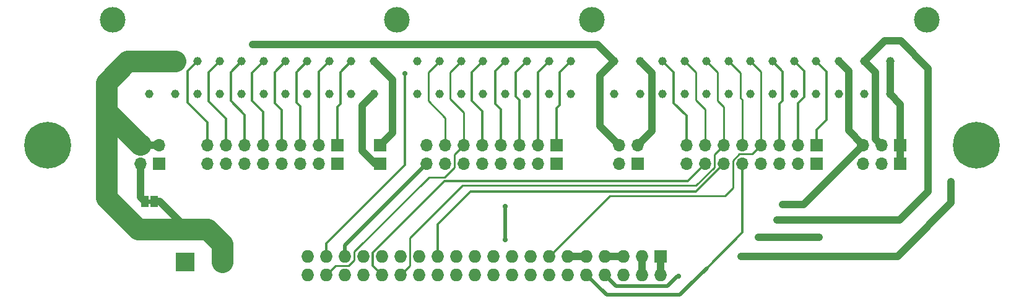
<source format=gtl>
G04 #@! TF.GenerationSoftware,KiCad,Pcbnew,(6.0.9)*
G04 #@! TF.CreationDate,2023-01-09T10:20:38+01:00*
G04 #@! TF.ProjectId,Speeduino 1990 Rev2 3SGE ECU adapter 174518-7,53706565-6475-4696-9e6f-203139393020,1*
G04 #@! TF.SameCoordinates,Original*
G04 #@! TF.FileFunction,Copper,L1,Top*
G04 #@! TF.FilePolarity,Positive*
%FSLAX46Y46*%
G04 Gerber Fmt 4.6, Leading zero omitted, Abs format (unit mm)*
G04 Created by KiCad (PCBNEW (6.0.9)) date 2023-01-09 10:20:38*
%MOMM*%
%LPD*%
G01*
G04 APERTURE LIST*
G04 #@! TA.AperFunction,ComponentPad*
%ADD10R,1.700000X1.700000*%
G04 #@! TD*
G04 #@! TA.AperFunction,ComponentPad*
%ADD11O,1.700000X1.700000*%
G04 #@! TD*
G04 #@! TA.AperFunction,ComponentPad*
%ADD12C,3.500120*%
G04 #@! TD*
G04 #@! TA.AperFunction,ComponentPad*
%ADD13C,1.150620*%
G04 #@! TD*
G04 #@! TA.AperFunction,ComponentPad*
%ADD14C,0.800000*%
G04 #@! TD*
G04 #@! TA.AperFunction,ComponentPad*
%ADD15C,6.400000*%
G04 #@! TD*
G04 #@! TA.AperFunction,ComponentPad*
%ADD16R,1.727200X1.727200*%
G04 #@! TD*
G04 #@! TA.AperFunction,ComponentPad*
%ADD17O,1.727200X1.727200*%
G04 #@! TD*
G04 #@! TA.AperFunction,ComponentPad*
%ADD18R,2.600000X2.600000*%
G04 #@! TD*
G04 #@! TA.AperFunction,ComponentPad*
%ADD19C,2.600000*%
G04 #@! TD*
G04 #@! TA.AperFunction,SMDPad,CuDef*
%ADD20R,1.000000X1.500000*%
G04 #@! TD*
G04 #@! TA.AperFunction,ViaPad*
%ADD21C,0.700000*%
G04 #@! TD*
G04 #@! TA.AperFunction,ViaPad*
%ADD22C,0.610000*%
G04 #@! TD*
G04 #@! TA.AperFunction,Conductor*
%ADD23C,0.254000*%
G04 #@! TD*
G04 #@! TA.AperFunction,Conductor*
%ADD24C,0.500000*%
G04 #@! TD*
G04 #@! TA.AperFunction,Conductor*
%ADD25C,0.300000*%
G04 #@! TD*
G04 #@! TA.AperFunction,Conductor*
%ADD26C,1.000000*%
G04 #@! TD*
G04 #@! TA.AperFunction,Conductor*
%ADD27C,1.012000*%
G04 #@! TD*
G04 #@! TA.AperFunction,Conductor*
%ADD28C,3.000000*%
G04 #@! TD*
G04 APERTURE END LIST*
G36*
X70050000Y-72800000D02*
G01*
X69550000Y-72800000D01*
X69550000Y-72200000D01*
X70050000Y-72200000D01*
X70050000Y-72800000D01*
G37*
D10*
X172466000Y-67310000D03*
D11*
X169926000Y-67310000D03*
X167386000Y-67310000D03*
D10*
X172466000Y-64770000D03*
D11*
X169926000Y-64770000D03*
X167386000Y-64770000D03*
D10*
X101346000Y-67310000D03*
X101346000Y-64770000D03*
D12*
X130274060Y-47584360D03*
X103573580Y-47584360D03*
X176123600Y-47584360D03*
X64724280Y-47584360D03*
D13*
X171074080Y-57785000D03*
X167573960Y-57785000D03*
X164073840Y-57785000D03*
X171074080Y-53284120D03*
X167573960Y-53284120D03*
X164073840Y-53284120D03*
X136870440Y-57785000D03*
X133370320Y-57785000D03*
X136870440Y-53284120D03*
X133370320Y-53284120D03*
X100474780Y-57785000D03*
X100474780Y-53284120D03*
X73273920Y-57785000D03*
X69776340Y-57785000D03*
X73273920Y-53284120D03*
X69776340Y-53284120D03*
X160972500Y-57785000D03*
X157972760Y-57785000D03*
X154973020Y-57785000D03*
X151973280Y-57785000D03*
X148973540Y-57785000D03*
X145973800Y-57785000D03*
X142974060Y-57785000D03*
X139974320Y-57785000D03*
X160972500Y-53284120D03*
X157972760Y-53284120D03*
X154973020Y-53284120D03*
X151973280Y-53284120D03*
X148973540Y-53284120D03*
X145973800Y-53284120D03*
X142974060Y-53284120D03*
X139974320Y-53284120D03*
X127424180Y-57785000D03*
X124424440Y-57785000D03*
X121424700Y-57785000D03*
X118424960Y-57785000D03*
X115422680Y-57785000D03*
X112422940Y-57785000D03*
X109423200Y-57785000D03*
X106423460Y-57785000D03*
X127424180Y-53284120D03*
X124424440Y-53284120D03*
X121424700Y-53284120D03*
X118424960Y-53284120D03*
X115422680Y-53284120D03*
X112422940Y-53284120D03*
X109423200Y-53284120D03*
X106423460Y-53284120D03*
X97373440Y-57785000D03*
X94373700Y-57785000D03*
X91373960Y-57785000D03*
X88374220Y-57785000D03*
X85374480Y-57785000D03*
X82374740Y-57785000D03*
X79375000Y-57785000D03*
X76375260Y-57785000D03*
X97373440Y-53284120D03*
X94373700Y-53284120D03*
X91373960Y-53284120D03*
X88374220Y-53284120D03*
X85374480Y-53284120D03*
X82374740Y-53284120D03*
X79375000Y-53284120D03*
X76375260Y-53284120D03*
D10*
X95504000Y-67310000D03*
D11*
X92964000Y-67310000D03*
X90424000Y-67310000D03*
X87884000Y-67310000D03*
X85344000Y-67310000D03*
X82804000Y-67310000D03*
X80264000Y-67310000D03*
X77724000Y-67310000D03*
D10*
X95504000Y-64770000D03*
D11*
X92964000Y-64770000D03*
X90424000Y-64770000D03*
X87884000Y-64770000D03*
X85344000Y-64770000D03*
X82804000Y-64770000D03*
X80264000Y-64770000D03*
X77724000Y-64770000D03*
D10*
X161036000Y-67310000D03*
D11*
X158496000Y-67310000D03*
X155956000Y-67310000D03*
X153416000Y-67310000D03*
X150876000Y-67310000D03*
X148336000Y-67310000D03*
X145796000Y-67310000D03*
X143256000Y-67310000D03*
D10*
X125476000Y-67310000D03*
D11*
X122936000Y-67310000D03*
X120396000Y-67310000D03*
X117856000Y-67310000D03*
X115316000Y-67310000D03*
X112776000Y-67310000D03*
X110236000Y-67310000D03*
X107696000Y-67310000D03*
D10*
X125476000Y-64770000D03*
D11*
X122936000Y-64770000D03*
X120396000Y-64770000D03*
X117856000Y-64770000D03*
X115316000Y-64770000D03*
X112776000Y-64770000D03*
X110236000Y-64770000D03*
X107696000Y-64770000D03*
D10*
X161036000Y-64770000D03*
D11*
X158496000Y-64770000D03*
X155956000Y-64770000D03*
X153416000Y-64770000D03*
X150876000Y-64770000D03*
X148336000Y-64770000D03*
X145796000Y-64770000D03*
X143256000Y-64770000D03*
D10*
X71120000Y-67310000D03*
D11*
X68580000Y-67310000D03*
X71120000Y-64770000D03*
X68580000Y-64770000D03*
D10*
X136525000Y-67310000D03*
D11*
X133985000Y-67310000D03*
X136525000Y-64770000D03*
X133985000Y-64770000D03*
D14*
X53480000Y-64770000D03*
X55880000Y-62370000D03*
X57577056Y-63072944D03*
X54182944Y-63072944D03*
X55880000Y-67170000D03*
D15*
X55880000Y-64770000D03*
D14*
X54182944Y-66467056D03*
X58280000Y-64770000D03*
X57577056Y-66467056D03*
X184577056Y-63072944D03*
X185280000Y-64770000D03*
X180480000Y-64770000D03*
X182880000Y-62370000D03*
X181182944Y-66467056D03*
X182880000Y-67170000D03*
X184577056Y-66467056D03*
X181182944Y-63072944D03*
D15*
X182880000Y-64770000D03*
D16*
X139700000Y-80010000D03*
D17*
X139700000Y-82550000D03*
X137160000Y-80010000D03*
X137160000Y-82550000D03*
X134620000Y-80010000D03*
X134620000Y-82550000D03*
X132080000Y-80010000D03*
X132080000Y-82550000D03*
X129540000Y-80010000D03*
X129540000Y-82550000D03*
X127000000Y-80010000D03*
X127000000Y-82550000D03*
X124460000Y-80010000D03*
X124460000Y-82550000D03*
X121920000Y-80010000D03*
X121920000Y-82550000D03*
X119380000Y-80010000D03*
X119380000Y-82550000D03*
X116840000Y-80010000D03*
X116840000Y-82550000D03*
X114300000Y-80010000D03*
X114300000Y-82550000D03*
X111760000Y-80010000D03*
X111760000Y-82550000D03*
X109220000Y-80010000D03*
X109220000Y-82550000D03*
X106680000Y-80010000D03*
X106680000Y-82550000D03*
X104140000Y-80010000D03*
X104140000Y-82550000D03*
X101600000Y-80010000D03*
X101600000Y-82550000D03*
X99060000Y-80010000D03*
X99060000Y-82550000D03*
X96520000Y-80010000D03*
X96520000Y-82550000D03*
X93980000Y-80010000D03*
X93980000Y-82550000D03*
X91440000Y-80010000D03*
X91440000Y-82550000D03*
D18*
X74700000Y-80805000D03*
D19*
X79700000Y-80805000D03*
D20*
X70450000Y-72500000D03*
X69150000Y-72500000D03*
D21*
X118400000Y-77700000D03*
X118400000Y-73200000D03*
X142100000Y-82700000D03*
X83900000Y-51000000D03*
X104700000Y-55000000D03*
X150690000Y-80010000D03*
D22*
X179400000Y-69800000D03*
D21*
X156400000Y-72900000D03*
X155600000Y-75000000D03*
D22*
X161400000Y-77400000D03*
D21*
X153100000Y-77400000D03*
D23*
X144500000Y-54810060D02*
X142974060Y-53284120D01*
X145796000Y-64770000D02*
X145796000Y-59896000D01*
X145796000Y-59896000D02*
X144500000Y-58600000D01*
X144500000Y-58600000D02*
X144500000Y-54810060D01*
D24*
X118400000Y-77700000D02*
X118400000Y-73200000D01*
X140600000Y-84100000D02*
X142000000Y-82700000D01*
X132080000Y-82550000D02*
X133630000Y-84100000D01*
X142000000Y-82700000D02*
X142100000Y-82700000D01*
X133630000Y-84100000D02*
X140600000Y-84100000D01*
D25*
X95504000Y-64770000D02*
X95504000Y-59496000D01*
X95504000Y-59496000D02*
X95900000Y-59100000D01*
X95900000Y-54757560D02*
X97373440Y-53284120D01*
X95900000Y-59100000D02*
X95900000Y-54757560D01*
D23*
X150876000Y-64770000D02*
X150876000Y-58576000D01*
X150876000Y-58576000D02*
X150600000Y-58300000D01*
X150600000Y-58300000D02*
X150600000Y-54910580D01*
X150600000Y-54910580D02*
X148973540Y-53284120D01*
X149567000Y-66878103D02*
X149567000Y-70633000D01*
X153416000Y-64770000D02*
X152185000Y-66001000D01*
X153416000Y-54726840D02*
X151973280Y-53284120D01*
X152185000Y-66001000D02*
X150444103Y-66001000D01*
X153416000Y-64770000D02*
X153416000Y-54726840D01*
X150444103Y-66001000D02*
X149567000Y-66878103D01*
X148500000Y-71700000D02*
X132770000Y-71700000D01*
X132770000Y-71700000D02*
X124460000Y-80010000D01*
X149567000Y-70633000D02*
X148500000Y-71700000D01*
D25*
X109220000Y-75580000D02*
X109220000Y-80010000D01*
X144546000Y-71100000D02*
X113700000Y-71100000D01*
X113700000Y-71100000D02*
X109220000Y-75580000D01*
X148336000Y-67310000D02*
X144546000Y-71100000D01*
X143406000Y-69700000D02*
X110112542Y-69700000D01*
X110112542Y-69700000D02*
X100327600Y-79484942D01*
X145796000Y-67310000D02*
X143406000Y-69700000D01*
X100327600Y-79484942D02*
X100327600Y-81277600D01*
X100327600Y-81277600D02*
X101600000Y-82550000D01*
X122936000Y-64770000D02*
X122936000Y-54772560D01*
X122936000Y-54772560D02*
X124424440Y-53284120D01*
X117856000Y-64770000D02*
X117856000Y-59856000D01*
X117100000Y-54609080D02*
X118424960Y-53284120D01*
X117100000Y-59100000D02*
X117100000Y-54609080D01*
X117856000Y-59856000D02*
X117100000Y-59100000D01*
X119900000Y-54808820D02*
X121424700Y-53284120D01*
X120396000Y-58596000D02*
X119900000Y-58100000D01*
X120396000Y-64770000D02*
X120396000Y-58596000D01*
X119900000Y-58100000D02*
X119900000Y-54808820D01*
D23*
X147500000Y-54810320D02*
X145973800Y-53284120D01*
X148336000Y-59536000D02*
X147500000Y-58700000D01*
X147027000Y-66079000D02*
X147027000Y-67819897D01*
X112600000Y-70300000D02*
X105384600Y-77515400D01*
X105384600Y-77515400D02*
X105384600Y-81305400D01*
X144546897Y-70300000D02*
X112600000Y-70300000D01*
X147500000Y-58700000D02*
X147500000Y-54810320D01*
X105384600Y-81305400D02*
X104140000Y-82550000D01*
X148336000Y-64770000D02*
X147027000Y-66079000D01*
X148336000Y-64770000D02*
X148336000Y-59536000D01*
X147027000Y-67819897D02*
X144546897Y-70300000D01*
D24*
X96500000Y-78506000D02*
X107696000Y-67310000D01*
X96500000Y-78506000D02*
X96500000Y-79990000D01*
X96500000Y-79990000D02*
X96520000Y-80010000D01*
D26*
X133370320Y-53284120D02*
X131400000Y-55254440D01*
X171074080Y-57785000D02*
X171074080Y-53284120D01*
X133985000Y-64770000D02*
X131400000Y-62185000D01*
X133370320Y-53284120D02*
X131086200Y-51000000D01*
X131086200Y-51000000D02*
X83900000Y-51000000D01*
X131400000Y-62185000D02*
X131400000Y-55254440D01*
X172466000Y-64770000D02*
X172466000Y-59176920D01*
X172466000Y-67310000D02*
X172466000Y-64770000D01*
X172466000Y-59176920D02*
X171074080Y-57785000D01*
D25*
X77724000Y-61624000D02*
X75000000Y-58900000D01*
X75000000Y-58900000D02*
X75000000Y-54659380D01*
X77724000Y-64770000D02*
X77724000Y-61624000D01*
X75000000Y-54659380D02*
X76375260Y-53284120D01*
X93980000Y-78220000D02*
X100400000Y-71800000D01*
D24*
X104700000Y-55000000D02*
X104700000Y-54900000D01*
D25*
X104700000Y-67500000D02*
X104700000Y-55000000D01*
X93980000Y-80010000D02*
X93980000Y-78220000D01*
X100400000Y-71800000D02*
X104700000Y-67500000D01*
D26*
X139700000Y-82800000D02*
X139700000Y-82550000D01*
X173200000Y-78900000D02*
X179400000Y-72700000D01*
D27*
X150690000Y-80010000D02*
X172090000Y-80010000D01*
X172090000Y-80010000D02*
X173200000Y-78900000D01*
X139700000Y-82550000D02*
X139700000Y-80010000D01*
D26*
X179400000Y-72700000D02*
X179400000Y-69800000D01*
D23*
X112776000Y-64770000D02*
X111467000Y-66079000D01*
X110131000Y-69169000D02*
X108031000Y-69169000D01*
X108031000Y-69169000D02*
X97815400Y-79384600D01*
X111467000Y-66079000D02*
X111467000Y-67833000D01*
X110900000Y-54807060D02*
X112422940Y-53284120D01*
X97815400Y-79384600D02*
X97815400Y-80525531D01*
X112776000Y-60276000D02*
X110900000Y-58400000D01*
X97035531Y-81305400D02*
X95224600Y-81305400D01*
X97815400Y-80525531D02*
X97035531Y-81305400D01*
X110900000Y-58400000D02*
X110900000Y-54807060D01*
X95224600Y-81305400D02*
X93980000Y-82550000D01*
X112776000Y-64770000D02*
X112776000Y-60276000D01*
X111467000Y-67833000D02*
X110131000Y-69169000D01*
D28*
X68192000Y-76300000D02*
X75000000Y-76300000D01*
X66815880Y-53284120D02*
X63900000Y-56200000D01*
D26*
X68580000Y-64770000D02*
X71120000Y-64770000D01*
D28*
X63900000Y-56200000D02*
X63900000Y-60090000D01*
X63900000Y-60090000D02*
X68516000Y-64706000D01*
X73273920Y-53284120D02*
X69776340Y-53284120D01*
X79700000Y-78300000D02*
X79700000Y-80805000D01*
X68516000Y-64706000D02*
X68580000Y-64706000D01*
X69776340Y-53284120D02*
X66815880Y-53284120D01*
X63900000Y-72008000D02*
X68192000Y-76300000D01*
X77700000Y-76300000D02*
X79700000Y-78300000D01*
X63900000Y-60090000D02*
X63900000Y-72008000D01*
D26*
X70450000Y-72500000D02*
X71200000Y-72500000D01*
X71200000Y-72500000D02*
X75000000Y-76300000D01*
D28*
X75000000Y-76300000D02*
X77700000Y-76300000D01*
D26*
X136525000Y-64770000D02*
X138500000Y-62795000D01*
X138500000Y-54913680D02*
X136870440Y-53284120D01*
X138500000Y-62795000D02*
X138500000Y-54913680D01*
X100474780Y-57785000D02*
X98900000Y-59359780D01*
X100678000Y-67310000D02*
X101346000Y-67310000D01*
X98900000Y-59359780D02*
X98900000Y-65532000D01*
X98900000Y-65532000D02*
X100678000Y-67310000D01*
X103000000Y-63100000D02*
X103000000Y-55809340D01*
X103000000Y-55809340D02*
X100474780Y-53284120D01*
X101346000Y-64754000D02*
X103000000Y-63100000D01*
X101346000Y-64770000D02*
X101346000Y-64754000D01*
X68580000Y-67310000D02*
X68580000Y-71930000D01*
X68580000Y-71930000D02*
X69150000Y-72500000D01*
D27*
X165409151Y-54619431D02*
X164073840Y-53284120D01*
X159256000Y-72900000D02*
X160478000Y-71678000D01*
X165409151Y-62793151D02*
X165409151Y-54619431D01*
X156400000Y-72900000D02*
X159256000Y-72900000D01*
X167386000Y-64770000D02*
X165409151Y-62793151D01*
X167386000Y-64770000D02*
X160478000Y-71678000D01*
X129540000Y-80010000D02*
X127000000Y-80010000D01*
D24*
X138100000Y-85300000D02*
X142300000Y-85300000D01*
X143500000Y-84100000D02*
X146000000Y-81600000D01*
D25*
X150876000Y-76724000D02*
X146000000Y-81600000D01*
D24*
X142300000Y-85300000D02*
X143500000Y-84100000D01*
X129540000Y-82550000D02*
X132290000Y-85300000D01*
D25*
X150876000Y-67310000D02*
X150876000Y-76724000D01*
D24*
X132290000Y-85300000D02*
X138100000Y-85300000D01*
D27*
X169076001Y-61023999D02*
X169076001Y-54786161D01*
D26*
X176300000Y-54300000D02*
X172500000Y-50500000D01*
D27*
X169926000Y-64770000D02*
X169076001Y-63920001D01*
X169076001Y-54786161D02*
X167573960Y-53284120D01*
D26*
X172500000Y-50500000D02*
X170358080Y-50500000D01*
X155600000Y-75000000D02*
X172400000Y-75000000D01*
X132080000Y-80010000D02*
X134620000Y-80010000D01*
X170358080Y-50500000D02*
X167573960Y-53284120D01*
X176300000Y-71100000D02*
X176300000Y-54300000D01*
X172400000Y-75000000D02*
X176300000Y-71100000D01*
D27*
X169076001Y-63920001D02*
X169076001Y-61023999D01*
D26*
X137160000Y-82550000D02*
X137160000Y-80010000D01*
D27*
X161400000Y-77400000D02*
X153100000Y-77400000D01*
D25*
X161036000Y-62664000D02*
X162400000Y-61300000D01*
X162400000Y-54711620D02*
X160972500Y-53284120D01*
X162400000Y-61300000D02*
X162400000Y-54711620D01*
X161036000Y-64770000D02*
X161036000Y-62664000D01*
X159300000Y-58200000D02*
X158496000Y-59004000D01*
X158496000Y-59004000D02*
X158496000Y-64770000D01*
X159300000Y-54611360D02*
X159300000Y-58200000D01*
X157972760Y-53284120D02*
X159300000Y-54611360D01*
X156400000Y-58700000D02*
X155956000Y-59144000D01*
X154973020Y-53284120D02*
X156400000Y-54711100D01*
X155956000Y-59144000D02*
X155956000Y-64770000D01*
X156400000Y-54711100D02*
X156400000Y-58700000D01*
X141500000Y-59000000D02*
X141500000Y-54809800D01*
X143256000Y-64770000D02*
X143256000Y-60756000D01*
X143256000Y-60756000D02*
X141500000Y-59000000D01*
X141500000Y-54809800D02*
X139974320Y-53284120D01*
X125476000Y-64770000D02*
X125476000Y-59724000D01*
X125900000Y-54808300D02*
X127424180Y-53284120D01*
X125900000Y-59300000D02*
X125900000Y-54808300D01*
X125476000Y-59724000D02*
X125900000Y-59300000D01*
X113900000Y-54806800D02*
X115422680Y-53284120D01*
X115316000Y-60116000D02*
X113900000Y-58700000D01*
X113900000Y-58700000D02*
X113900000Y-54806800D01*
X115316000Y-64770000D02*
X115316000Y-60116000D01*
D23*
X110236000Y-64770000D02*
X110236000Y-61036000D01*
X107900000Y-54807320D02*
X109423200Y-53284120D01*
X110236000Y-61036000D02*
X107900000Y-58700000D01*
X107900000Y-58700000D02*
X107900000Y-54807320D01*
D25*
X92964000Y-64770000D02*
X92964000Y-54693820D01*
X92964000Y-54693820D02*
X94373700Y-53284120D01*
X90424000Y-59424000D02*
X89900000Y-58900000D01*
X90424000Y-64770000D02*
X90424000Y-59424000D01*
X89900000Y-54758080D02*
X91373960Y-53284120D01*
X89900000Y-58900000D02*
X89900000Y-54758080D01*
X86900000Y-54758340D02*
X88374220Y-53284120D01*
X87884000Y-59984000D02*
X86900000Y-59000000D01*
X86900000Y-59000000D02*
X86900000Y-54758340D01*
X87884000Y-64770000D02*
X87884000Y-59984000D01*
X85344000Y-64770000D02*
X85344000Y-60244000D01*
X83800000Y-54858600D02*
X85374480Y-53284120D01*
X83800000Y-58700000D02*
X83800000Y-54858600D01*
X85344000Y-60244000D02*
X83800000Y-58700000D01*
X82804000Y-64770000D02*
X82804000Y-60604000D01*
X80900000Y-58700000D02*
X80900000Y-54758860D01*
X82804000Y-60604000D02*
X80900000Y-58700000D01*
X80900000Y-54758860D02*
X82374740Y-53284120D01*
X80264000Y-64770000D02*
X80264000Y-61164000D01*
X80264000Y-61164000D02*
X77900000Y-58800000D01*
X77900000Y-54759120D02*
X79375000Y-53284120D01*
X77900000Y-58800000D02*
X77900000Y-54759120D01*
M02*

</source>
